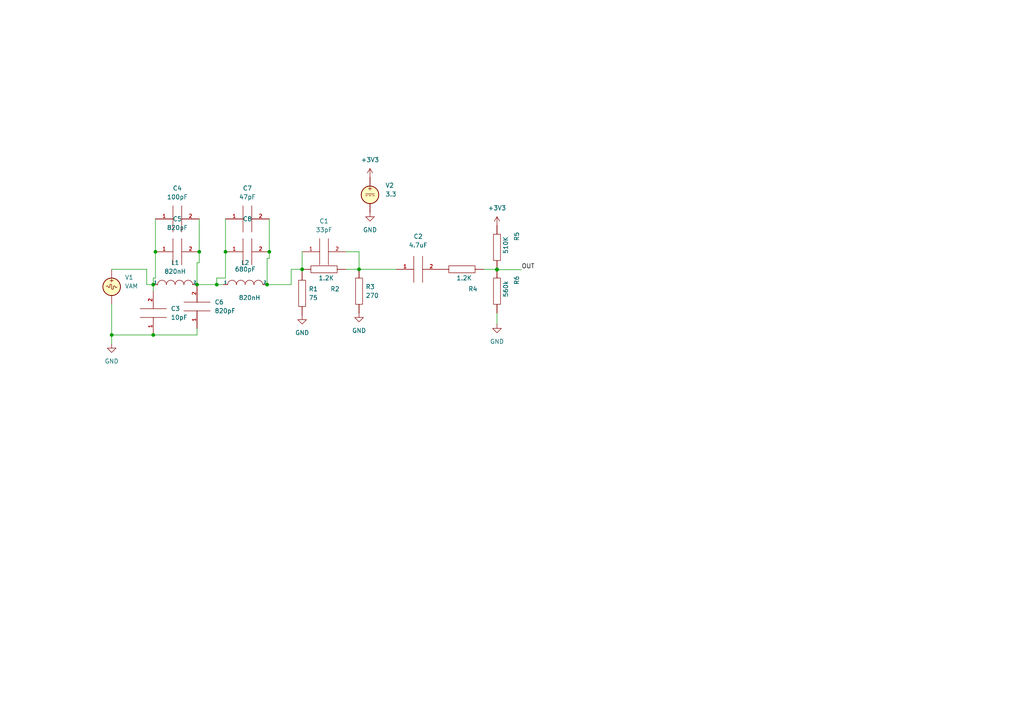
<source format=kicad_sch>
(kicad_sch (version 20211123) (generator eeschema)

  (uuid 795f3a6c-b93d-4247-8f91-61e03bd534e4)

  (paper "A4")

  (lib_symbols
    (symbol "Simulation_SPICE:VAM" (pin_numbers hide) (pin_names (offset 0.0254)) (in_bom yes) (on_board yes)
      (property "Reference" "V" (id 0) (at 2.54 2.54 0)
        (effects (font (size 1.27 1.27)) (justify left))
      )
      (property "Value" "VAM" (id 1) (at 2.54 0 0)
        (effects (font (size 1.27 1.27)) (justify left))
      )
      (property "Footprint" "" (id 2) (at 0 0 0)
        (effects (font (size 1.27 1.27)) hide)
      )
      (property "Datasheet" "~" (id 3) (at 0 0 0)
        (effects (font (size 1.27 1.27)) hide)
      )
      (property "Spice_Netlist_Enabled" "Y" (id 4) (at 0 0 0)
        (effects (font (size 1.27 1.27)) (justify left) hide)
      )
      (property "Spice_Primitive" "V" (id 5) (at 0 0 0)
        (effects (font (size 1.27 1.27)) (justify left) hide)
      )
      (property "Spice_Model" "am(1 0 100k 1k 1n)" (id 6) (at 2.54 -2.54 0)
        (effects (font (size 1.27 1.27)) (justify left))
      )
      (property "ki_keywords" "simulation amplitude modulated" (id 7) (at 0 0 0)
        (effects (font (size 1.27 1.27)) hide)
      )
      (property "ki_description" "Voltage source, AM" (id 8) (at 0 0 0)
        (effects (font (size 1.27 1.27)) hide)
      )
      (symbol "VAM_0_0"
        (arc (start 0 0.508) (mid -0.254 0.762) (end -0.508 0.508)
          (stroke (width 0) (type default) (color 0 0 0 0))
          (fill (type none))
        )
        (text "+" (at 0 1.905 0)
          (effects (font (size 1.27 1.27)))
        )
      )
      (symbol "VAM_0_1"
        (arc (start -1.016 0) (mid -1.27 0.254) (end -1.524 0)
          (stroke (width 0) (type default) (color 0 0 0 0))
          (fill (type none))
        )
        (arc (start -1.016 0) (mid -0.762 -0.254) (end -0.508 0)
          (stroke (width 0) (type default) (color 0 0 0 0))
          (fill (type none))
        )
        (arc (start 0 -0.508) (mid 0.254 -0.762) (end 0.508 -0.508)
          (stroke (width 0) (type default) (color 0 0 0 0))
          (fill (type none))
        )
        (polyline
          (pts
            (xy -0.508 0.508)
            (xy -0.508 0)
          )
          (stroke (width 0) (type default) (color 0 0 0 0))
          (fill (type none))
        )
        (polyline
          (pts
            (xy 0 0.508)
            (xy 0 -0.508)
          )
          (stroke (width 0) (type default) (color 0 0 0 0))
          (fill (type none))
        )
        (polyline
          (pts
            (xy 0.508 -0.508)
            (xy 0.508 0)
          )
          (stroke (width 0) (type default) (color 0 0 0 0))
          (fill (type none))
        )
        (circle (center 0 0) (radius 2.54)
          (stroke (width 0.254) (type default) (color 0 0 0 0))
          (fill (type background))
        )
        (arc (start 1.016 0) (mid 0.762 0.254) (end 0.508 0)
          (stroke (width 0) (type default) (color 0 0 0 0))
          (fill (type none))
        )
        (arc (start 1.016 0) (mid 1.27 -0.254) (end 1.524 0)
          (stroke (width 0) (type default) (color 0 0 0 0))
          (fill (type none))
        )
      )
      (symbol "VAM_1_1"
        (pin passive line (at 0 5.08 270) (length 2.54)
          (name "~" (effects (font (size 1.27 1.27))))
          (number "1" (effects (font (size 1.27 1.27))))
        )
        (pin passive line (at 0 -5.08 90) (length 2.54)
          (name "~" (effects (font (size 1.27 1.27))))
          (number "2" (effects (font (size 1.27 1.27))))
        )
      )
    )
    (symbol "Simulation_SPICE:VDC" (pin_numbers hide) (pin_names (offset 0.0254)) (in_bom yes) (on_board yes)
      (property "Reference" "V" (id 0) (at 2.54 2.54 0)
        (effects (font (size 1.27 1.27)) (justify left))
      )
      (property "Value" "VDC" (id 1) (at 2.54 0 0)
        (effects (font (size 1.27 1.27)) (justify left))
      )
      (property "Footprint" "" (id 2) (at 0 0 0)
        (effects (font (size 1.27 1.27)) hide)
      )
      (property "Datasheet" "~" (id 3) (at 0 0 0)
        (effects (font (size 1.27 1.27)) hide)
      )
      (property "Spice_Netlist_Enabled" "Y" (id 4) (at 0 0 0)
        (effects (font (size 1.27 1.27)) (justify left) hide)
      )
      (property "Spice_Primitive" "V" (id 5) (at 0 0 0)
        (effects (font (size 1.27 1.27)) (justify left) hide)
      )
      (property "Spice_Model" "dc(1)" (id 6) (at 2.54 -2.54 0)
        (effects (font (size 1.27 1.27)) (justify left))
      )
      (property "ki_keywords" "simulation" (id 7) (at 0 0 0)
        (effects (font (size 1.27 1.27)) hide)
      )
      (property "ki_description" "Voltage source, DC" (id 8) (at 0 0 0)
        (effects (font (size 1.27 1.27)) hide)
      )
      (symbol "VDC_0_0"
        (polyline
          (pts
            (xy -1.27 0.254)
            (xy 1.27 0.254)
          )
          (stroke (width 0) (type default) (color 0 0 0 0))
          (fill (type none))
        )
        (polyline
          (pts
            (xy -0.762 -0.254)
            (xy -1.27 -0.254)
          )
          (stroke (width 0) (type default) (color 0 0 0 0))
          (fill (type none))
        )
        (polyline
          (pts
            (xy 0.254 -0.254)
            (xy -0.254 -0.254)
          )
          (stroke (width 0) (type default) (color 0 0 0 0))
          (fill (type none))
        )
        (polyline
          (pts
            (xy 1.27 -0.254)
            (xy 0.762 -0.254)
          )
          (stroke (width 0) (type default) (color 0 0 0 0))
          (fill (type none))
        )
        (text "+" (at 0 1.905 0)
          (effects (font (size 1.27 1.27)))
        )
      )
      (symbol "VDC_0_1"
        (circle (center 0 0) (radius 2.54)
          (stroke (width 0.254) (type default) (color 0 0 0 0))
          (fill (type background))
        )
      )
      (symbol "VDC_1_1"
        (pin passive line (at 0 5.08 270) (length 2.54)
          (name "~" (effects (font (size 1.27 1.27))))
          (number "1" (effects (font (size 1.27 1.27))))
        )
        (pin passive line (at 0 -5.08 90) (length 2.54)
          (name "~" (effects (font (size 1.27 1.27))))
          (number "2" (effects (font (size 1.27 1.27))))
        )
      )
    )
    (symbol "power:+3V3" (power) (pin_names (offset 0)) (in_bom yes) (on_board yes)
      (property "Reference" "#PWR" (id 0) (at 0 -3.81 0)
        (effects (font (size 1.27 1.27)) hide)
      )
      (property "Value" "+3V3" (id 1) (at 0 3.556 0)
        (effects (font (size 1.27 1.27)))
      )
      (property "Footprint" "" (id 2) (at 0 0 0)
        (effects (font (size 1.27 1.27)) hide)
      )
      (property "Datasheet" "" (id 3) (at 0 0 0)
        (effects (font (size 1.27 1.27)) hide)
      )
      (property "ki_keywords" "power-flag" (id 4) (at 0 0 0)
        (effects (font (size 1.27 1.27)) hide)
      )
      (property "ki_description" "Power symbol creates a global label with name \"+3V3\"" (id 5) (at 0 0 0)
        (effects (font (size 1.27 1.27)) hide)
      )
      (symbol "+3V3_0_1"
        (polyline
          (pts
            (xy -0.762 1.27)
            (xy 0 2.54)
          )
          (stroke (width 0) (type default) (color 0 0 0 0))
          (fill (type none))
        )
        (polyline
          (pts
            (xy 0 0)
            (xy 0 2.54)
          )
          (stroke (width 0) (type default) (color 0 0 0 0))
          (fill (type none))
        )
        (polyline
          (pts
            (xy 0 2.54)
            (xy 0.762 1.27)
          )
          (stroke (width 0) (type default) (color 0 0 0 0))
          (fill (type none))
        )
      )
      (symbol "+3V3_1_1"
        (pin power_in line (at 0 0 90) (length 0) hide
          (name "+3V3" (effects (font (size 1.27 1.27))))
          (number "1" (effects (font (size 1.27 1.27))))
        )
      )
    )
    (symbol "power:GND" (power) (pin_names (offset 0)) (in_bom yes) (on_board yes)
      (property "Reference" "#PWR" (id 0) (at 0 -6.35 0)
        (effects (font (size 1.27 1.27)) hide)
      )
      (property "Value" "GND" (id 1) (at 0 -3.81 0)
        (effects (font (size 1.27 1.27)))
      )
      (property "Footprint" "" (id 2) (at 0 0 0)
        (effects (font (size 1.27 1.27)) hide)
      )
      (property "Datasheet" "" (id 3) (at 0 0 0)
        (effects (font (size 1.27 1.27)) hide)
      )
      (property "ki_keywords" "power-flag" (id 4) (at 0 0 0)
        (effects (font (size 1.27 1.27)) hide)
      )
      (property "ki_description" "Power symbol creates a global label with name \"GND\" , ground" (id 5) (at 0 0 0)
        (effects (font (size 1.27 1.27)) hide)
      )
      (symbol "GND_0_1"
        (polyline
          (pts
            (xy 0 0)
            (xy 0 -1.27)
            (xy 1.27 -1.27)
            (xy 0 -2.54)
            (xy -1.27 -1.27)
            (xy 0 -1.27)
          )
          (stroke (width 0) (type default) (color 0 0 0 0))
          (fill (type none))
        )
      )
      (symbol "GND_1_1"
        (pin power_in line (at 0 0 270) (length 0) hide
          (name "GND" (effects (font (size 1.27 1.27))))
          (number "1" (effects (font (size 1.27 1.27))))
        )
      )
    )
    (symbol "pspice:CAP" (pin_names (offset 0.254)) (in_bom yes) (on_board yes)
      (property "Reference" "C" (id 0) (at 2.54 3.81 90)
        (effects (font (size 1.27 1.27)))
      )
      (property "Value" "CAP" (id 1) (at 2.54 -3.81 90)
        (effects (font (size 1.27 1.27)))
      )
      (property "Footprint" "" (id 2) (at 0 0 0)
        (effects (font (size 1.27 1.27)) hide)
      )
      (property "Datasheet" "~" (id 3) (at 0 0 0)
        (effects (font (size 1.27 1.27)) hide)
      )
      (property "ki_keywords" "simulation" (id 4) (at 0 0 0)
        (effects (font (size 1.27 1.27)) hide)
      )
      (property "ki_description" "Capacitor symbol for simulation only" (id 5) (at 0 0 0)
        (effects (font (size 1.27 1.27)) hide)
      )
      (symbol "CAP_0_1"
        (polyline
          (pts
            (xy -3.81 -1.27)
            (xy 3.81 -1.27)
          )
          (stroke (width 0) (type default) (color 0 0 0 0))
          (fill (type none))
        )
        (polyline
          (pts
            (xy -3.81 1.27)
            (xy 3.81 1.27)
          )
          (stroke (width 0) (type default) (color 0 0 0 0))
          (fill (type none))
        )
      )
      (symbol "CAP_1_1"
        (pin passive line (at 0 6.35 270) (length 5.08)
          (name "~" (effects (font (size 1.016 1.016))))
          (number "1" (effects (font (size 1.016 1.016))))
        )
        (pin passive line (at 0 -6.35 90) (length 5.08)
          (name "~" (effects (font (size 1.016 1.016))))
          (number "2" (effects (font (size 1.016 1.016))))
        )
      )
    )
    (symbol "pspice:INDUCTOR" (pin_numbers hide) (pin_names (offset 0)) (in_bom yes) (on_board yes)
      (property "Reference" "L" (id 0) (at 0 2.54 0)
        (effects (font (size 1.27 1.27)))
      )
      (property "Value" "INDUCTOR" (id 1) (at 0 -1.27 0)
        (effects (font (size 1.27 1.27)))
      )
      (property "Footprint" "" (id 2) (at 0 0 0)
        (effects (font (size 1.27 1.27)) hide)
      )
      (property "Datasheet" "~" (id 3) (at 0 0 0)
        (effects (font (size 1.27 1.27)) hide)
      )
      (property "ki_keywords" "simulation" (id 4) (at 0 0 0)
        (effects (font (size 1.27 1.27)) hide)
      )
      (property "ki_description" "Inductor symbol for simulation only" (id 5) (at 0 0 0)
        (effects (font (size 1.27 1.27)) hide)
      )
      (symbol "INDUCTOR_0_1"
        (arc (start -2.54 0) (mid -3.81 1.27) (end -5.08 0)
          (stroke (width 0) (type default) (color 0 0 0 0))
          (fill (type none))
        )
        (arc (start 0 0) (mid -1.27 1.27) (end -2.54 0)
          (stroke (width 0) (type default) (color 0 0 0 0))
          (fill (type none))
        )
        (arc (start 2.54 0) (mid 1.27 1.27) (end 0 0)
          (stroke (width 0) (type default) (color 0 0 0 0))
          (fill (type none))
        )
        (arc (start 5.08 0) (mid 3.81 1.27) (end 2.54 0)
          (stroke (width 0) (type default) (color 0 0 0 0))
          (fill (type none))
        )
      )
      (symbol "INDUCTOR_1_1"
        (pin input line (at -6.35 0 0) (length 1.27)
          (name "1" (effects (font (size 0.762 0.762))))
          (number "1" (effects (font (size 0.762 0.762))))
        )
        (pin input line (at 6.35 0 180) (length 1.27)
          (name "2" (effects (font (size 0.762 0.762))))
          (number "2" (effects (font (size 0.762 0.762))))
        )
      )
    )
    (symbol "pspice:R" (pin_numbers hide) (pin_names (offset 0)) (in_bom yes) (on_board yes)
      (property "Reference" "R" (id 0) (at 2.032 0 90)
        (effects (font (size 1.27 1.27)))
      )
      (property "Value" "R" (id 1) (at 0 0 90)
        (effects (font (size 1.27 1.27)))
      )
      (property "Footprint" "" (id 2) (at 0 0 0)
        (effects (font (size 1.27 1.27)) hide)
      )
      (property "Datasheet" "~" (id 3) (at 0 0 0)
        (effects (font (size 1.27 1.27)) hide)
      )
      (property "ki_keywords" "resistor simulation" (id 4) (at 0 0 0)
        (effects (font (size 1.27 1.27)) hide)
      )
      (property "ki_description" "Resistor symbol for simulation only" (id 5) (at 0 0 0)
        (effects (font (size 1.27 1.27)) hide)
      )
      (symbol "R_0_1"
        (rectangle (start -1.016 3.81) (end 1.016 -3.81)
          (stroke (width 0) (type default) (color 0 0 0 0))
          (fill (type none))
        )
      )
      (symbol "R_1_1"
        (pin passive line (at 0 6.35 270) (length 2.54)
          (name "~" (effects (font (size 1.27 1.27))))
          (number "1" (effects (font (size 1.27 1.27))))
        )
        (pin passive line (at 0 -6.35 90) (length 2.54)
          (name "~" (effects (font (size 1.27 1.27))))
          (number "2" (effects (font (size 1.27 1.27))))
        )
      )
    )
  )

  (junction (at 77.47 82.55) (diameter 0) (color 0 0 0 0)
    (uuid 07187b58-c83a-4526-ad1a-91925524e154)
  )
  (junction (at 45.085 73.025) (diameter 0) (color 0 0 0 0)
    (uuid 097e3325-774a-4d42-ae69-696100417356)
  )
  (junction (at 78.105 73.025) (diameter 0) (color 0 0 0 0)
    (uuid 0a7a59b5-794d-43d4-8650-a24bf22b11d9)
  )
  (junction (at 62.865 82.55) (diameter 0) (color 0 0 0 0)
    (uuid 3f63a8b6-bf68-4d59-9152-2e9c38523e79)
  )
  (junction (at 57.785 73.025) (diameter 0) (color 0 0 0 0)
    (uuid 4e1c84ed-86c2-4c6f-84b6-d6ece0424ed8)
  )
  (junction (at 44.45 82.55) (diameter 0) (color 0 0 0 0)
    (uuid 4fd3510d-a51c-438f-96d2-78b1d2219733)
  )
  (junction (at 57.15 82.55) (diameter 0) (color 0 0 0 0)
    (uuid 6089adb1-cf69-436e-af57-0ad66c5d225d)
  )
  (junction (at 44.45 97.155) (diameter 0) (color 0 0 0 0)
    (uuid 6bb34ea0-6669-4975-8225-e69b47106456)
  )
  (junction (at 32.385 97.155) (diameter 0) (color 0 0 0 0)
    (uuid 6f819a38-5186-47c4-94ca-8b5fd02ce808)
  )
  (junction (at 65.405 73.025) (diameter 0) (color 0 0 0 0)
    (uuid a8cd0b6e-d873-49a9-a1bd-43f6de4689eb)
  )
  (junction (at 144.145 78.105) (diameter 0) (color 0 0 0 0)
    (uuid b01263bf-0c8e-437d-a9fe-39e69e05aaa8)
  )
  (junction (at 87.63 78.105) (diameter 0) (color 0 0 0 0)
    (uuid c6e0069f-b924-4a8e-a91f-08cf98f1bb71)
  )
  (junction (at 144.145 78.232) (diameter 0) (color 0 0 0 0)
    (uuid f21b7714-f96a-4e00-98ae-54a3b2747436)
  )
  (junction (at 104.14 78.105) (diameter 0) (color 0 0 0 0)
    (uuid f41e6c65-b0d2-4242-be41-dc1f2fe0ba46)
  )

  (wire (pts (xy 114.935 78.105) (xy 104.14 78.105))
    (stroke (width 0) (type default) (color 0 0 0 0))
    (uuid 003ddf36-e125-4ea2-a850-0e4de8924489)
  )
  (wire (pts (xy 104.14 73.025) (xy 104.14 78.105))
    (stroke (width 0) (type default) (color 0 0 0 0))
    (uuid 03f289d6-574a-4b20-84d6-5e243ebbf63b)
  )
  (wire (pts (xy 45.085 80.645) (xy 44.45 80.645))
    (stroke (width 0) (type default) (color 0 0 0 0))
    (uuid 0d55fa83-d2db-454f-8e39-1ec596d4c427)
  )
  (wire (pts (xy 104.14 78.105) (xy 100.33 78.105))
    (stroke (width 0) (type default) (color 0 0 0 0))
    (uuid 14258cf0-44ba-4f1a-8992-67429b8081ec)
  )
  (wire (pts (xy 44.45 84.455) (xy 44.45 82.55))
    (stroke (width 0) (type default) (color 0 0 0 0))
    (uuid 1ffa4187-4b37-44cc-b8f8-59c8a8f4c325)
  )
  (wire (pts (xy 44.45 80.645) (xy 44.45 82.55))
    (stroke (width 0) (type default) (color 0 0 0 0))
    (uuid 2f66c959-7e68-4517-b3e9-3a5a870e2b79)
  )
  (wire (pts (xy 32.385 97.155) (xy 32.385 88.265))
    (stroke (width 0) (type default) (color 0 0 0 0))
    (uuid 31388e22-651e-43f2-b11a-252fb7777229)
  )
  (wire (pts (xy 57.15 82.55) (xy 62.865 82.55))
    (stroke (width 0) (type default) (color 0 0 0 0))
    (uuid 3254b511-0ad1-47d4-ab0c-cf096a53e6a0)
  )
  (wire (pts (xy 65.405 63.5) (xy 65.405 73.025))
    (stroke (width 0) (type default) (color 0 0 0 0))
    (uuid 3492fbb5-f767-4926-aba9-cddbc95d2632)
  )
  (wire (pts (xy 57.785 63.5) (xy 57.785 73.025))
    (stroke (width 0) (type default) (color 0 0 0 0))
    (uuid 34aefa09-aded-402e-8c69-56f6c08ec1c1)
  )
  (wire (pts (xy 78.105 74.93) (xy 78.105 73.025))
    (stroke (width 0) (type default) (color 0 0 0 0))
    (uuid 3a68a649-5287-4118-afa3-57597373afdb)
  )
  (wire (pts (xy 77.47 82.55) (xy 77.47 74.93))
    (stroke (width 0) (type default) (color 0 0 0 0))
    (uuid 452a4369-553c-41c2-a4b5-3c7352372856)
  )
  (wire (pts (xy 42.545 78.105) (xy 42.545 82.55))
    (stroke (width 0) (type default) (color 0 0 0 0))
    (uuid 4610fa50-e5e9-4f58-b4e9-601a1da5be22)
  )
  (wire (pts (xy 144.145 78.232) (xy 151.257 78.232))
    (stroke (width 0) (type default) (color 0 0 0 0))
    (uuid 4c9836a5-c5b4-4c78-b52d-aa3802b77a9d)
  )
  (wire (pts (xy 32.385 78.105) (xy 42.545 78.105))
    (stroke (width 0) (type default) (color 0 0 0 0))
    (uuid 4e39ce79-13b3-4c82-803b-427c48882f38)
  )
  (wire (pts (xy 84.455 82.55) (xy 77.47 82.55))
    (stroke (width 0) (type default) (color 0 0 0 0))
    (uuid 5bfa74b4-5201-4101-af2d-eb5c442e2725)
  )
  (wire (pts (xy 144.145 93.98) (xy 144.145 90.805))
    (stroke (width 0) (type default) (color 0 0 0 0))
    (uuid 61dd21c0-7fd3-456e-9b3d-592fda766147)
  )
  (wire (pts (xy 32.385 99.695) (xy 32.385 97.155))
    (stroke (width 0) (type default) (color 0 0 0 0))
    (uuid 66ebd25a-3368-4aa3-88c4-c8fd6e42417a)
  )
  (wire (pts (xy 144.145 78.105) (xy 140.335 78.105))
    (stroke (width 0) (type default) (color 0 0 0 0))
    (uuid 6c6ce87d-b75f-4510-b7bd-9e36d0da7ce9)
  )
  (wire (pts (xy 77.47 74.93) (xy 78.105 74.93))
    (stroke (width 0) (type default) (color 0 0 0 0))
    (uuid 6ca62242-9f2f-4566-9b7f-3bf32f02af97)
  )
  (wire (pts (xy 57.785 76.2) (xy 57.785 73.025))
    (stroke (width 0) (type default) (color 0 0 0 0))
    (uuid 71285ad7-198b-4c99-b56e-677117bb2930)
  )
  (wire (pts (xy 65.405 73.025) (xy 65.405 80.645))
    (stroke (width 0) (type default) (color 0 0 0 0))
    (uuid 731c3031-c282-4ad3-89b2-ab2c08a51b4d)
  )
  (wire (pts (xy 87.63 73.025) (xy 87.63 78.105))
    (stroke (width 0) (type default) (color 0 0 0 0))
    (uuid 7562b0a4-d7ef-41f4-866c-a0e67460ba48)
  )
  (wire (pts (xy 32.385 97.155) (xy 44.45 97.155))
    (stroke (width 0) (type default) (color 0 0 0 0))
    (uuid 79bac0e4-3a9e-495e-ac16-dc95963d67d1)
  )
  (wire (pts (xy 45.085 73.025) (xy 45.085 80.645))
    (stroke (width 0) (type default) (color 0 0 0 0))
    (uuid 7c10c012-3e2c-470f-b6e6-3f34e7f17890)
  )
  (wire (pts (xy 57.15 95.25) (xy 57.15 97.155))
    (stroke (width 0) (type default) (color 0 0 0 0))
    (uuid 8681db09-3cc6-46c0-9421-4f119255e083)
  )
  (wire (pts (xy 87.63 78.105) (xy 84.455 78.105))
    (stroke (width 0) (type default) (color 0 0 0 0))
    (uuid 8c0b2964-3fdd-45d4-afdf-513b07a6f58a)
  )
  (wire (pts (xy 78.105 63.5) (xy 78.105 73.025))
    (stroke (width 0) (type default) (color 0 0 0 0))
    (uuid 8ef8fa30-669b-4bfd-913d-23754946e56c)
  )
  (wire (pts (xy 62.865 82.55) (xy 64.77 82.55))
    (stroke (width 0) (type default) (color 0 0 0 0))
    (uuid 969a8e17-788f-4358-bfe6-b2eb618a2b8d)
  )
  (wire (pts (xy 57.15 76.2) (xy 57.785 76.2))
    (stroke (width 0) (type default) (color 0 0 0 0))
    (uuid ae75f894-6b51-4348-8fad-8275a681ab2b)
  )
  (wire (pts (xy 62.865 80.645) (xy 62.865 82.55))
    (stroke (width 0) (type default) (color 0 0 0 0))
    (uuid b3daa297-4a40-4ef1-a5c6-44637ac809a6)
  )
  (wire (pts (xy 57.15 82.55) (xy 57.15 76.2))
    (stroke (width 0) (type default) (color 0 0 0 0))
    (uuid b7991c32-a6a2-4fd6-ad61-15abd6ef0b00)
  )
  (wire (pts (xy 100.33 73.025) (xy 104.14 73.025))
    (stroke (width 0) (type default) (color 0 0 0 0))
    (uuid c313ced2-6788-4d1b-a3bd-8d229f05ccde)
  )
  (wire (pts (xy 84.455 78.105) (xy 84.455 82.55))
    (stroke (width 0) (type default) (color 0 0 0 0))
    (uuid c689fd98-7f26-4df4-8d78-58a62746c30c)
  )
  (wire (pts (xy 42.545 82.55) (xy 44.45 82.55))
    (stroke (width 0) (type default) (color 0 0 0 0))
    (uuid d383b910-f31b-4b17-95c8-9c7ffc30acfe)
  )
  (wire (pts (xy 65.405 80.645) (xy 62.865 80.645))
    (stroke (width 0) (type default) (color 0 0 0 0))
    (uuid d8538e76-8ba2-44ec-98f1-3c576763449b)
  )
  (wire (pts (xy 57.15 97.155) (xy 44.45 97.155))
    (stroke (width 0) (type default) (color 0 0 0 0))
    (uuid df74ed16-4143-4e21-97ef-0d6b5334a6a8)
  )
  (wire (pts (xy 45.085 63.5) (xy 45.085 73.025))
    (stroke (width 0) (type default) (color 0 0 0 0))
    (uuid e08cd792-4aef-42a8-af7d-8d2e922d38ab)
  )
  (wire (pts (xy 87.63 78.105) (xy 87.63 78.74))
    (stroke (width 0) (type default) (color 0 0 0 0))
    (uuid e7ffab33-dd19-4f8f-bcfd-ed779d347720)
  )

  (label "OUT" (at 151.257 78.232 0)
    (effects (font (size 1.27 1.27)) (justify left bottom))
    (uuid dec8fdce-1fdf-4bef-bc56-c1889d7f98d0)
  )

  (symbol (lib_id "pspice:R") (at 133.985 78.105 90) (unit 1)
    (in_bom yes) (on_board yes)
    (uuid 0239050b-e8cc-4884-b057-7b49cd4c09a4)
    (property "Reference" "R4" (id 0) (at 137.16 83.82 90))
    (property "Value" "1.2K" (id 1) (at 134.62 80.645 90))
    (property "Footprint" "" (id 2) (at 133.985 78.105 0)
      (effects (font (size 1.27 1.27)) hide)
    )
    (property "Datasheet" "~" (id 3) (at 133.985 78.105 0)
      (effects (font (size 1.27 1.27)) hide)
    )
    (pin "1" (uuid 386d6e6b-a13f-4e2f-8cd4-339913c5b2a2))
    (pin "2" (uuid b724c543-063a-45fe-8cd3-e7fc0fdbc896))
  )

  (symbol (lib_id "Simulation_SPICE:VDC") (at 107.315 56.515 0) (unit 1)
    (in_bom yes) (on_board yes) (fields_autoplaced)
    (uuid 03155e6d-ce72-4cdb-bed2-ebf7dd598699)
    (property "Reference" "V2" (id 0) (at 111.76 53.7851 0)
      (effects (font (size 1.27 1.27)) (justify left))
    )
    (property "Value" "VDC" (id 1) (at 111.76 56.3251 0)
      (effects (font (size 1.27 1.27)) (justify left))
    )
    (property "Footprint" "" (id 2) (at 107.315 56.515 0)
      (effects (font (size 1.27 1.27)) hide)
    )
    (property "Datasheet" "~" (id 3) (at 107.315 56.515 0)
      (effects (font (size 1.27 1.27)) hide)
    )
    (property "Spice_Netlist_Enabled" "Y" (id 4) (at 107.315 56.515 0)
      (effects (font (size 1.27 1.27)) (justify left) hide)
    )
    (property "Spice_Primitive" "V" (id 5) (at 107.315 56.515 0)
      (effects (font (size 1.27 1.27)) (justify left) hide)
    )
    (property "Spice_Model" "dc 3.3" (id 6) (at 111.76 58.8651 0)
      (effects (font (size 1.27 1.27)) (justify left))
    )
    (pin "1" (uuid 610d78bd-367c-41bf-ae0f-260ff4615d19))
    (pin "2" (uuid 219c2911-c6f0-4b09-864b-d44bb66328a2))
  )

  (symbol (lib_id "power:+3V3") (at 144.145 65.405 0) (unit 1)
    (in_bom yes) (on_board yes) (fields_autoplaced)
    (uuid 151abf67-5b4e-4022-859c-2cabd5d02799)
    (property "Reference" "#PWR06" (id 0) (at 144.145 69.215 0)
      (effects (font (size 1.27 1.27)) hide)
    )
    (property "Value" "+3V3" (id 1) (at 144.145 60.325 0))
    (property "Footprint" "" (id 2) (at 144.145 65.405 0)
      (effects (font (size 1.27 1.27)) hide)
    )
    (property "Datasheet" "" (id 3) (at 144.145 65.405 0)
      (effects (font (size 1.27 1.27)) hide)
    )
    (pin "1" (uuid a5fe6f4a-10a8-41be-8ad2-355889a66be9))
  )

  (symbol (lib_id "pspice:CAP") (at 121.285 78.105 90) (unit 1)
    (in_bom yes) (on_board yes) (fields_autoplaced)
    (uuid 302e1103-08ca-4a55-a499-9260d9b27490)
    (property "Reference" "C2" (id 0) (at 121.285 68.58 90))
    (property "Value" "4.7uF" (id 1) (at 121.285 71.12 90))
    (property "Footprint" "" (id 2) (at 121.285 78.105 0)
      (effects (font (size 1.27 1.27)) hide)
    )
    (property "Datasheet" "~" (id 3) (at 121.285 78.105 0)
      (effects (font (size 1.27 1.27)) hide)
    )
    (pin "1" (uuid 107f3834-d5b6-44b1-9f6a-5bc4ec22d8ed))
    (pin "2" (uuid 0ef99548-2fd5-4525-ad30-fea9ed783fde))
  )

  (symbol (lib_id "pspice:CAP") (at 57.15 88.9 180) (unit 1)
    (in_bom yes) (on_board yes) (fields_autoplaced)
    (uuid 3be1b745-a8e9-4274-9b96-d9170321b661)
    (property "Reference" "C6" (id 0) (at 62.23 87.6299 0)
      (effects (font (size 1.27 1.27)) (justify right))
    )
    (property "Value" "820pF" (id 1) (at 62.23 90.1699 0)
      (effects (font (size 1.27 1.27)) (justify right))
    )
    (property "Footprint" "" (id 2) (at 57.15 88.9 0)
      (effects (font (size 1.27 1.27)) hide)
    )
    (property "Datasheet" "~" (id 3) (at 57.15 88.9 0)
      (effects (font (size 1.27 1.27)) hide)
    )
    (pin "1" (uuid 94823259-c1c2-4c69-898c-6c01684c4bd3))
    (pin "2" (uuid 8d3818f9-a65f-4f48-b6bf-ba6d48bb6c89))
  )

  (symbol (lib_id "pspice:CAP") (at 44.45 90.805 180) (unit 1)
    (in_bom yes) (on_board yes) (fields_autoplaced)
    (uuid 452e33ff-ba5f-4856-98fb-2abd66f8e176)
    (property "Reference" "C3" (id 0) (at 49.53 89.5349 0)
      (effects (font (size 1.27 1.27)) (justify right))
    )
    (property "Value" "10pF" (id 1) (at 49.53 92.0749 0)
      (effects (font (size 1.27 1.27)) (justify right))
    )
    (property "Footprint" "" (id 2) (at 44.45 90.805 0)
      (effects (font (size 1.27 1.27)) hide)
    )
    (property "Datasheet" "~" (id 3) (at 44.45 90.805 0)
      (effects (font (size 1.27 1.27)) hide)
    )
    (pin "1" (uuid b66ede29-beae-4be4-b2f6-279347137a80))
    (pin "2" (uuid befbbaaa-2bcc-4e9f-89ff-b7f98d444ecc))
  )

  (symbol (lib_id "power:GND") (at 144.145 93.98 0) (unit 1)
    (in_bom yes) (on_board yes) (fields_autoplaced)
    (uuid 4a11adb4-6e87-4fb4-86b4-6256a45a740d)
    (property "Reference" "#PWR07" (id 0) (at 144.145 100.33 0)
      (effects (font (size 1.27 1.27)) hide)
    )
    (property "Value" "GND" (id 1) (at 144.145 99.06 0))
    (property "Footprint" "" (id 2) (at 144.145 93.98 0)
      (effects (font (size 1.27 1.27)) hide)
    )
    (property "Datasheet" "" (id 3) (at 144.145 93.98 0)
      (effects (font (size 1.27 1.27)) hide)
    )
    (pin "1" (uuid 558e0396-3bbd-4db7-84f7-246297ae4f28))
  )

  (symbol (lib_id "pspice:CAP") (at 93.98 73.025 90) (unit 1)
    (in_bom yes) (on_board yes) (fields_autoplaced)
    (uuid 5bfb5ba2-2ed1-43f2-9530-b75331cf22d0)
    (property "Reference" "C1" (id 0) (at 93.98 64.135 90))
    (property "Value" "33pF" (id 1) (at 93.98 66.675 90))
    (property "Footprint" "" (id 2) (at 93.98 73.025 0)
      (effects (font (size 1.27 1.27)) hide)
    )
    (property "Datasheet" "~" (id 3) (at 93.98 73.025 0)
      (effects (font (size 1.27 1.27)) hide)
    )
    (pin "1" (uuid 9e80698f-faaa-4ff5-97c7-8e01bc060d87))
    (pin "2" (uuid ebffb461-a142-4c56-8966-8f9c58a7ae60))
  )

  (symbol (lib_id "pspice:R") (at 144.145 71.755 180) (unit 1)
    (in_bom yes) (on_board yes)
    (uuid 5e531364-0464-4524-a366-6381220a0b0e)
    (property "Reference" "R5" (id 0) (at 149.86 68.58 90))
    (property "Value" "510K" (id 1) (at 146.685 71.12 90))
    (property "Footprint" "" (id 2) (at 144.145 71.755 0)
      (effects (font (size 1.27 1.27)) hide)
    )
    (property "Datasheet" "~" (id 3) (at 144.145 71.755 0)
      (effects (font (size 1.27 1.27)) hide)
    )
    (pin "1" (uuid e54d9de2-a86f-4680-a14d-ce4ac385737b))
    (pin "2" (uuid d4e78f2b-d4cf-4105-b8f0-a4f2fcac4a7d))
  )

  (symbol (lib_id "pspice:INDUCTOR") (at 50.8 82.55 0) (unit 1)
    (in_bom yes) (on_board yes) (fields_autoplaced)
    (uuid 67b4ebe5-109d-4487-9754-a5079bfec100)
    (property "Reference" "L1" (id 0) (at 50.8 76.2 0))
    (property "Value" "820nH" (id 1) (at 50.8 78.74 0))
    (property "Footprint" "" (id 2) (at 50.8 82.55 0)
      (effects (font (size 1.27 1.27)) hide)
    )
    (property "Datasheet" "~" (id 3) (at 50.8 82.55 0)
      (effects (font (size 1.27 1.27)) hide)
    )
    (pin "1" (uuid 260f9708-31b4-4d2c-ad3d-34e1cbfb04be))
    (pin "2" (uuid b1ee3645-5a74-414b-b0e8-5bd087155fce))
  )

  (symbol (lib_id "power:GND") (at 32.385 99.695 0) (unit 1)
    (in_bom yes) (on_board yes) (fields_autoplaced)
    (uuid 68343fd6-9927-4ae0-b91a-27055a144179)
    (property "Reference" "#PWR01" (id 0) (at 32.385 106.045 0)
      (effects (font (size 1.27 1.27)) hide)
    )
    (property "Value" "GND" (id 1) (at 32.385 104.775 0))
    (property "Footprint" "" (id 2) (at 32.385 99.695 0)
      (effects (font (size 1.27 1.27)) hide)
    )
    (property "Datasheet" "" (id 3) (at 32.385 99.695 0)
      (effects (font (size 1.27 1.27)) hide)
    )
    (pin "1" (uuid 1177936f-e57a-4689-99e2-f8a7d37cb12e))
  )

  (symbol (lib_id "Simulation_SPICE:VAM") (at 32.385 83.185 0) (unit 1)
    (in_bom yes) (on_board yes)
    (uuid 7ed3d4f9-28ee-4738-85e5-974c1e1ec3bf)
    (property "Reference" "V1" (id 0) (at 36.195 80.4551 0)
      (effects (font (size 1.27 1.27)) (justify left))
    )
    (property "Value" "VAM" (id 1) (at 36.195 82.9951 0)
      (effects (font (size 1.27 1.27)) (justify left))
    )
    (property "Footprint" "" (id 2) (at 32.385 83.185 0)
      (effects (font (size 1.27 1.27)) hide)
    )
    (property "Datasheet" "~" (id 3) (at 32.385 83.185 0)
      (effects (font (size 1.27 1.27)) hide)
    )
    (property "Spice_Netlist_Enabled" "Y" (id 4) (at 32.385 83.185 0)
      (effects (font (size 1.27 1.27)) (justify left) hide)
    )
    (property "Spice_Primitive" "V" (id 5) (at 32.385 83.185 0)
      (effects (font (size 1.27 1.27)) (justify left) hide)
    )
    (property "Spice_Model" "dc 0 ac 1 0 am(1 0 100k 1k 0)" (id 6) (at 11.43 62.865 0)
      (effects (font (size 1.27 1.27)) (justify left))
    )
    (pin "1" (uuid 1b8c910d-875f-471a-a035-a8cecc23689b))
    (pin "2" (uuid 4c7526e7-c14c-4c6e-ae3d-35af09eaa69e))
  )

  (symbol (lib_id "power:GND") (at 104.14 90.805 0) (unit 1)
    (in_bom yes) (on_board yes) (fields_autoplaced)
    (uuid ac375745-e754-4d8f-b1c6-7d60b1e8caeb)
    (property "Reference" "#PWR03" (id 0) (at 104.14 97.155 0)
      (effects (font (size 1.27 1.27)) hide)
    )
    (property "Value" "GND" (id 1) (at 104.14 95.885 0))
    (property "Footprint" "" (id 2) (at 104.14 90.805 0)
      (effects (font (size 1.27 1.27)) hide)
    )
    (property "Datasheet" "" (id 3) (at 104.14 90.805 0)
      (effects (font (size 1.27 1.27)) hide)
    )
    (pin "1" (uuid d27817ab-5fb3-4787-b37d-17128c00a8de))
  )

  (symbol (lib_id "pspice:CAP") (at 51.435 63.5 90) (unit 1)
    (in_bom yes) (on_board yes) (fields_autoplaced)
    (uuid ac7e0fd2-c215-4a80-a2dd-ed24d6026222)
    (property "Reference" "C4" (id 0) (at 51.435 54.61 90))
    (property "Value" "100pF" (id 1) (at 51.435 57.15 90))
    (property "Footprint" "" (id 2) (at 51.435 63.5 0)
      (effects (font (size 1.27 1.27)) hide)
    )
    (property "Datasheet" "~" (id 3) (at 51.435 63.5 0)
      (effects (font (size 1.27 1.27)) hide)
    )
    (pin "1" (uuid d1b491de-3854-4002-925a-f41b66b39491))
    (pin "2" (uuid 3a58de48-7540-4092-9584-91d46790f09e))
  )

  (symbol (lib_id "pspice:CAP") (at 71.755 73.025 90) (unit 1)
    (in_bom yes) (on_board yes)
    (uuid b43747e3-f959-4c81-8fb6-94b2247e7245)
    (property "Reference" "C8" (id 0) (at 71.755 63.5 90))
    (property "Value" "680pF" (id 1) (at 71.12 78.105 90))
    (property "Footprint" "" (id 2) (at 71.755 73.025 0)
      (effects (font (size 1.27 1.27)) hide)
    )
    (property "Datasheet" "~" (id 3) (at 71.755 73.025 0)
      (effects (font (size 1.27 1.27)) hide)
    )
    (pin "1" (uuid cd6af625-b556-4068-ad6a-3cbf20801e42))
    (pin "2" (uuid 52668354-6299-43e8-b757-4c2eb72b6441))
  )

  (symbol (lib_id "power:GND") (at 87.63 91.44 0) (unit 1)
    (in_bom yes) (on_board yes) (fields_autoplaced)
    (uuid bdbdfca7-d1f8-4b55-a342-7934246d291d)
    (property "Reference" "#PWR02" (id 0) (at 87.63 97.79 0)
      (effects (font (size 1.27 1.27)) hide)
    )
    (property "Value" "GND" (id 1) (at 87.63 96.52 0))
    (property "Footprint" "" (id 2) (at 87.63 91.44 0)
      (effects (font (size 1.27 1.27)) hide)
    )
    (property "Datasheet" "" (id 3) (at 87.63 91.44 0)
      (effects (font (size 1.27 1.27)) hide)
    )
    (pin "1" (uuid e270f7c2-7fb3-4861-84a2-3be4906ac1ec))
  )

  (symbol (lib_id "power:GND") (at 107.315 61.595 0) (unit 1)
    (in_bom yes) (on_board yes) (fields_autoplaced)
    (uuid be370929-6572-45ca-b624-244e561cff99)
    (property "Reference" "#PWR05" (id 0) (at 107.315 67.945 0)
      (effects (font (size 1.27 1.27)) hide)
    )
    (property "Value" "GND" (id 1) (at 107.315 66.675 0))
    (property "Footprint" "" (id 2) (at 107.315 61.595 0)
      (effects (font (size 1.27 1.27)) hide)
    )
    (property "Datasheet" "" (id 3) (at 107.315 61.595 0)
      (effects (font (size 1.27 1.27)) hide)
    )
    (pin "1" (uuid ce44e4a3-0fa7-40df-9a3f-376484e7d5e5))
  )

  (symbol (lib_id "pspice:R") (at 93.98 78.105 90) (unit 1)
    (in_bom yes) (on_board yes)
    (uuid c23f8b82-d723-4c54-a57e-138f03e5f6aa)
    (property "Reference" "R2" (id 0) (at 97.155 83.82 90))
    (property "Value" "1.2K" (id 1) (at 94.615 80.645 90))
    (property "Footprint" "" (id 2) (at 93.98 78.105 0)
      (effects (font (size 1.27 1.27)) hide)
    )
    (property "Datasheet" "~" (id 3) (at 93.98 78.105 0)
      (effects (font (size 1.27 1.27)) hide)
    )
    (pin "1" (uuid 26e98f9a-2599-4618-a34f-4772293fa2ca))
    (pin "2" (uuid 005cfede-9c90-4f98-961e-de5e0bdbf387))
  )

  (symbol (lib_id "pspice:CAP") (at 51.435 73.025 90) (unit 1)
    (in_bom yes) (on_board yes) (fields_autoplaced)
    (uuid c43a0e29-aca3-4708-bcc7-002472e1190a)
    (property "Reference" "C5" (id 0) (at 51.435 63.5 90))
    (property "Value" "820pF" (id 1) (at 51.435 66.04 90))
    (property "Footprint" "" (id 2) (at 51.435 73.025 0)
      (effects (font (size 1.27 1.27)) hide)
    )
    (property "Datasheet" "~" (id 3) (at 51.435 73.025 0)
      (effects (font (size 1.27 1.27)) hide)
    )
    (pin "1" (uuid c684e17c-abff-439c-8b78-fdc311e01157))
    (pin "2" (uuid 58b64805-dc22-4e74-bd7a-d60d03ef3246))
  )

  (symbol (lib_id "pspice:R") (at 144.145 84.455 180) (unit 1)
    (in_bom yes) (on_board yes)
    (uuid ca8fb8c2-e2db-4385-af2d-8469f42758c5)
    (property "Reference" "R6" (id 0) (at 149.86 81.28 90))
    (property "Value" "560k" (id 1) (at 146.685 83.82 90))
    (property "Footprint" "" (id 2) (at 144.145 84.455 0)
      (effects (font (size 1.27 1.27)) hide)
    )
    (property "Datasheet" "~" (id 3) (at 144.145 84.455 0)
      (effects (font (size 1.27 1.27)) hide)
    )
    (pin "1" (uuid cce0a547-f03d-425a-b026-18edb5c746d6))
    (pin "2" (uuid 00291c6c-d8b0-4c72-9eeb-2260cd9c8fd2))
  )

  (symbol (lib_id "pspice:R") (at 87.63 85.09 0) (unit 1)
    (in_bom yes) (on_board yes) (fields_autoplaced)
    (uuid d6d89ee1-c66c-4a8f-87af-d5529cf25885)
    (property "Reference" "R1" (id 0) (at 89.535 83.8199 0)
      (effects (font (size 1.27 1.27)) (justify left))
    )
    (property "Value" "75" (id 1) (at 89.535 86.3599 0)
      (effects (font (size 1.27 1.27)) (justify left))
    )
    (property "Footprint" "" (id 2) (at 87.63 85.09 0)
      (effects (font (size 1.27 1.27)) hide)
    )
    (property "Datasheet" "~" (id 3) (at 87.63 85.09 0)
      (effects (font (size 1.27 1.27)) hide)
    )
    (pin "1" (uuid d1066a32-28d0-43c5-ae48-058f17327f5b))
    (pin "2" (uuid 7e0ff71d-b09f-4524-8b7d-716182dd942f))
  )

  (symbol (lib_id "pspice:CAP") (at 71.755 63.5 90) (unit 1)
    (in_bom yes) (on_board yes) (fields_autoplaced)
    (uuid d7fc2015-113d-42bc-9eb4-205e2f949071)
    (property "Reference" "C7" (id 0) (at 71.755 54.61 90))
    (property "Value" "47pF" (id 1) (at 71.755 57.15 90))
    (property "Footprint" "" (id 2) (at 71.755 63.5 0)
      (effects (font (size 1.27 1.27)) hide)
    )
    (property "Datasheet" "~" (id 3) (at 71.755 63.5 0)
      (effects (font (size 1.27 1.27)) hide)
    )
    (pin "1" (uuid ef1e6d10-22bd-43d2-a875-7242362bc46f))
    (pin "2" (uuid 1ea33263-9396-42d1-b45f-c63b21751aca))
  )

  (symbol (lib_id "pspice:R") (at 104.14 84.455 0) (unit 1)
    (in_bom yes) (on_board yes) (fields_autoplaced)
    (uuid f31615be-1409-42bf-8d3a-30c016d769ef)
    (property "Reference" "R3" (id 0) (at 106.045 83.1849 0)
      (effects (font (size 1.27 1.27)) (justify left))
    )
    (property "Value" "270" (id 1) (at 106.045 85.7249 0)
      (effects (font (size 1.27 1.27)) (justify left))
    )
    (property "Footprint" "" (id 2) (at 104.14 84.455 0)
      (effects (font (size 1.27 1.27)) hide)
    )
    (property "Datasheet" "~" (id 3) (at 104.14 84.455 0)
      (effects (font (size 1.27 1.27)) hide)
    )
    (pin "1" (uuid a827fcc6-07fc-44a2-9938-b070687ffd7a))
    (pin "2" (uuid e529c3e9-7525-4ab4-a6fe-72be887c4f53))
  )

  (symbol (lib_id "pspice:INDUCTOR") (at 71.12 82.55 0) (unit 1)
    (in_bom yes) (on_board yes)
    (uuid f4c3ec90-0d87-4bb4-8d7c-e19beea8feec)
    (property "Reference" "L2" (id 0) (at 71.12 76.2 0))
    (property "Value" "820nH" (id 1) (at 72.39 86.36 0))
    (property "Footprint" "" (id 2) (at 71.12 82.55 0)
      (effects (font (size 1.27 1.27)) hide)
    )
    (property "Datasheet" "~" (id 3) (at 71.12 82.55 0)
      (effects (font (size 1.27 1.27)) hide)
    )
    (pin "1" (uuid daa172df-626a-4ee0-8691-0ef681ca4d03))
    (pin "2" (uuid 1ecb27f2-e6f5-470b-9a4a-24034fd120ac))
  )

  (symbol (lib_id "power:+3V3") (at 107.315 51.435 0) (unit 1)
    (in_bom yes) (on_board yes) (fields_autoplaced)
    (uuid fce96129-e367-4039-8857-96fbfec35c96)
    (property "Reference" "#PWR04" (id 0) (at 107.315 55.245 0)
      (effects (font (size 1.27 1.27)) hide)
    )
    (property "Value" "+3V3" (id 1) (at 107.315 46.355 0))
    (property "Footprint" "" (id 2) (at 107.315 51.435 0)
      (effects (font (size 1.27 1.27)) hide)
    )
    (property "Datasheet" "" (id 3) (at 107.315 51.435 0)
      (effects (font (size 1.27 1.27)) hide)
    )
    (pin "1" (uuid 1a68e0f5-92c0-4656-861b-ad0bd0491631))
  )

  (sheet_instances
    (path "/" (page "1"))
  )

  (symbol_instances
    (path "/68343fd6-9927-4ae0-b91a-27055a144179"
      (reference "#PWR01") (unit 1) (value "GND") (footprint "")
    )
    (path "/bdbdfca7-d1f8-4b55-a342-7934246d291d"
      (reference "#PWR02") (unit 1) (value "GND") (footprint "")
    )
    (path "/ac375745-e754-4d8f-b1c6-7d60b1e8caeb"
      (reference "#PWR03") (unit 1) (value "GND") (footprint "")
    )
    (path "/fce96129-e367-4039-8857-96fbfec35c96"
      (reference "#PWR04") (unit 1) (value "+3V3") (footprint "")
    )
    (path "/be370929-6572-45ca-b624-244e561cff99"
      (reference "#PWR05") (unit 1) (value "GND") (footprint "")
    )
    (path "/151abf67-5b4e-4022-859c-2cabd5d02799"
      (reference "#PWR06") (unit 1) (value "+3V3") (footprint "")
    )
    (path "/4a11adb4-6e87-4fb4-86b4-6256a45a740d"
      (reference "#PWR07") (unit 1) (value "GND") (footprint "")
    )
    (path "/5bfb5ba2-2ed1-43f2-9530-b75331cf22d0"
      (reference "C1") (unit 1) (value "33pF") (footprint "")
    )
    (path "/302e1103-08ca-4a55-a499-9260d9b27490"
      (reference "C2") (unit 1) (value "4.7uF") (footprint "")
    )
    (path "/452e33ff-ba5f-4856-98fb-2abd66f8e176"
      (reference "C3") (unit 1) (value "10pF") (footprint "")
    )
    (path "/ac7e0fd2-c215-4a80-a2dd-ed24d6026222"
      (reference "C4") (unit 1) (value "100pF") (footprint "")
    )
    (path "/c43a0e29-aca3-4708-bcc7-002472e1190a"
      (reference "C5") (unit 1) (value "820pF") (footprint "")
    )
    (path "/3be1b745-a8e9-4274-9b96-d9170321b661"
      (reference "C6") (unit 1) (value "820pF") (footprint "")
    )
    (path "/d7fc2015-113d-42bc-9eb4-205e2f949071"
      (reference "C7") (unit 1) (value "47pF") (footprint "")
    )
    (path "/b43747e3-f959-4c81-8fb6-94b2247e7245"
      (reference "C8") (unit 1) (value "680pF") (footprint "")
    )
    (path "/67b4ebe5-109d-4487-9754-a5079bfec100"
      (reference "L1") (unit 1) (value "820nH") (footprint "")
    )
    (path "/f4c3ec90-0d87-4bb4-8d7c-e19beea8feec"
      (reference "L2") (unit 1) (value "820nH") (footprint "")
    )
    (path "/d6d89ee1-c66c-4a8f-87af-d5529cf25885"
      (reference "R1") (unit 1) (value "75") (footprint "")
    )
    (path "/c23f8b82-d723-4c54-a57e-138f03e5f6aa"
      (reference "R2") (unit 1) (value "1.2K") (footprint "")
    )
    (path "/f31615be-1409-42bf-8d3a-30c016d769ef"
      (reference "R3") (unit 1) (value "270") (footprint "")
    )
    (path "/0239050b-e8cc-4884-b057-7b49cd4c09a4"
      (reference "R4") (unit 1) (value "1.2K") (footprint "")
    )
    (path "/5e531364-0464-4524-a366-6381220a0b0e"
      (reference "R5") (unit 1) (value "510K") (footprint "")
    )
    (path "/ca8fb8c2-e2db-4385-af2d-8469f42758c5"
      (reference "R6") (unit 1) (value "560k") (footprint "")
    )
    (path "/7ed3d4f9-28ee-4738-85e5-974c1e1ec3bf"
      (reference "V1") (unit 1) (value "VAM") (footprint "")
    )
    (path "/03155e6d-ce72-4cdb-bed2-ebf7dd598699"
      (reference "V2") (unit 1) (value "VDC") (footprint "")
    )
  )
)

</source>
